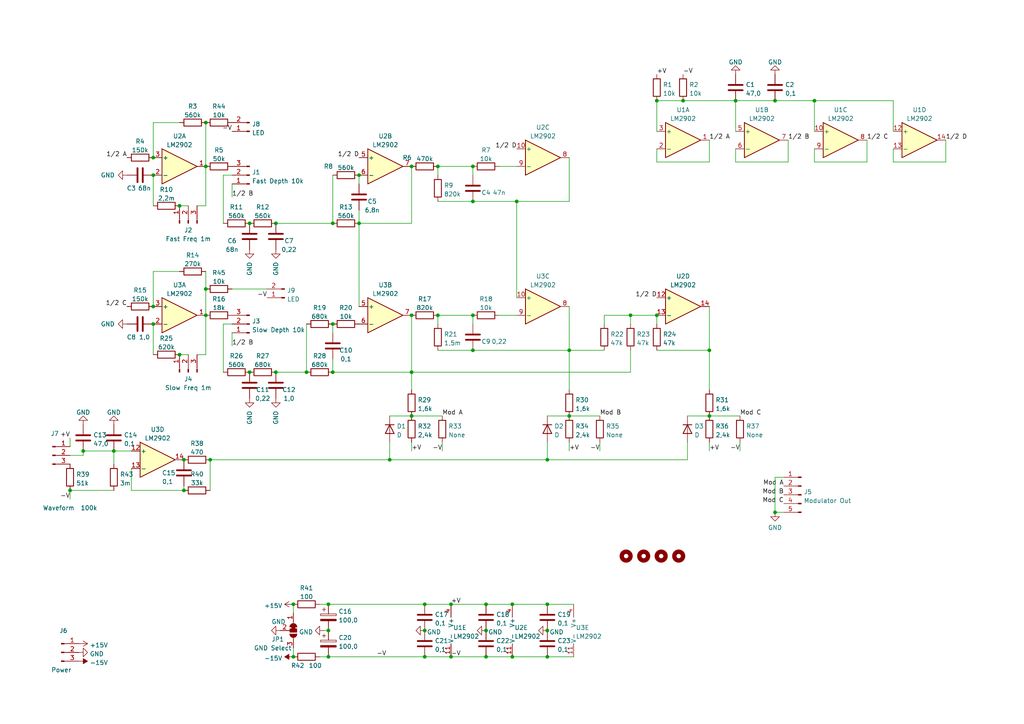
<source format=kicad_sch>
(kicad_sch (version 20211123) (generator eeschema)
  (paper "A4")
  (lib_symbols
    (symbol "Amplifier_Operational:LM2902" (pin_names (offset 0.127))
      (property "Reference" "U" (at 0 5.08 0))
      (property "Value" "LM2902" (at 0 -5.08 0))
      (symbol "LM2902_1_1"
        (polyline (pts (xy -5.08 5.08) (xy 5.08 0) (xy -5.08 -5.08) (xy -5.08 5.08)) (stroke (width 0.254)) (fill (type background)))
        (pin output line (at 7.62 0 180) (length 2.54) (name "~") (number "1"))
        (pin input line (at -7.62 -2.54 0) (length 2.54) (name "-") (number "2"))
        (pin input line (at -7.62 2.54 0) (length 2.54) (name "+") (number "3"))
      )
      (symbol "LM2902_2_1"
        (polyline (pts (xy -5.08 5.08) (xy 5.08 0) (xy -5.08 -5.08) (xy -5.08 5.08)) (stroke (width 0.254)) (fill (type background)))
        (pin input line (at -7.62 2.54 0) (length 2.54) (name "+") (number "5"))
        (pin input line (at -7.62 -2.54 0) (length 2.54) (name "-") (number "6"))
        (pin output line (at 7.62 0 180) (length 2.54) (name "~") (number "7"))
      )
      (symbol "LM2902_3_1"
        (polyline (pts (xy -5.08 5.08) (xy 5.08 0) (xy -5.08 -5.08) (xy -5.08 5.08)) (stroke (width 0.254)) (fill (type background)))
        (pin input line (at -7.62 2.54 0) (length 2.54) (name "+") (number "10"))
        (pin output line (at 7.62 0 180) (length 2.54) (name "~") (number "8"))
        (pin input line (at -7.62 -2.54 0) (length 2.54) (name "-") (number "9"))
      )
      (symbol "LM2902_4_1"
        (polyline (pts (xy -5.08 5.08) (xy 5.08 0) (xy -5.08 -5.08) (xy -5.08 5.08)) (stroke (width 0.254)) (fill (type background)))
        (pin input line (at -7.62 2.54 0) (length 2.54) (name "+") (number "12"))
        (pin input line (at -7.62 -2.54 0) (length 2.54) (name "-") (number "13"))
        (pin output line (at 7.62 0 180) (length 2.54) (name "~") (number "14"))
      )
      (symbol "LM2902_5_1"
        (pin power_in line (at -2.54 -7.62 90) (length 3.81) (name "V-") (number "11"))
        (pin power_in line (at -2.54 7.62 270) (length 3.81) (name "V+") (number "4"))
      )
    )
    (symbol "Connector:Conn_01x02_Male" (pin_names (offset 1.016) hide)
      (property "Reference" "J" (at 0 2.54 0))
      (property "Value" "Conn_01x02_Male" (at 0 -5.08 0))
      (symbol "Conn_01x02_Male_1_1"
        (polyline (pts (xy 1.27 -2.54) (xy 0.8636 -2.54)) (stroke (width 0.1524)))
        (polyline (pts (xy 1.27 0) (xy 0.8636 0)) (stroke (width 0.1524)))
        (rectangle (start 0.8636 -2.413) (end 0 -2.667) (stroke (width 0.1524)) (fill (type outline)))
        (rectangle (start 0.8636 0.127) (end 0 -0.127) (stroke (width 0.1524)) (fill (type outline)))
        (pin passive line (at 5.08 0 180) (length 3.81) (name "Pin_1") (number "1"))
        (pin passive line (at 5.08 -2.54 180) (length 3.81) (name "Pin_2") (number "2"))
      )
    )
    (symbol "Connector:Conn_01x03_Male" (pin_names (offset 1.016) hide)
      (property "Reference" "J" (at 0 5.08 0))
      (property "Value" "Conn_01x03_Male" (at 0 -5.08 0))
      (symbol "Conn_01x03_Male_1_1"
        (polyline (pts (xy 1.27 -2.54) (xy 0.8636 -2.54)) (stroke (width 0.1524)))
        (polyline (pts (xy 1.27 0) (xy 0.8636 0)) (stroke (width 0.1524)))
        (polyline (pts (xy 1.27 2.54) (xy 0.8636 2.54)) (stroke (width 0.1524)))
        (rectangle (start 0.8636 -2.413) (end 0 -2.667) (stroke (width 0.1524)) (fill (type outline)))
        (rectangle (start 0.8636 0.127) (end 0 -0.127) (stroke (width 0.1524)) (fill (type outline)))
        (rectangle (start 0.8636 2.667) (end 0 2.413) (stroke (width 0.1524)) (fill (type outline)))
        (pin passive line (at 5.08 2.54 180) (length 3.81) (name "Pin_1") (number "1"))
        (pin passive line (at 5.08 0 180) (length 3.81) (name "Pin_2") (number "2"))
        (pin passive line (at 5.08 -2.54 180) (length 3.81) (name "Pin_3") (number "3"))
      )
    )
    (symbol "Connector:Conn_01x05_Male" (pin_names (offset 1.016) hide)
      (property "Reference" "J" (at 0 7.62 0))
      (property "Value" "Conn_01x05_Male" (at 0 -7.62 0))
      (symbol "Conn_01x05_Male_1_1"
        (polyline (pts (xy 1.27 -5.08) (xy 0.8636 -5.08)) (stroke (width 0.1524)))
        (polyline (pts (xy 1.27 -2.54) (xy 0.8636 -2.54)) (stroke (width 0.1524)))
        (polyline (pts (xy 1.27 0) (xy 0.8636 0)) (stroke (width 0.1524)))
        (polyline (pts (xy 1.27 2.54) (xy 0.8636 2.54)) (stroke (width 0.1524)))
        (polyline (pts (xy 1.27 5.08) (xy 0.8636 5.08)) (stroke (width 0.1524)))
        (rectangle (start 0.8636 -4.953) (end 0 -5.207) (stroke (width 0.1524)) (fill (type outline)))
        (rectangle (start 0.8636 -2.413) (end 0 -2.667) (stroke (width 0.1524)) (fill (type outline)))
        (rectangle (start 0.8636 0.127) (end 0 -0.127) (stroke (width 0.1524)) (fill (type outline)))
        (rectangle (start 0.8636 2.667) (end 0 2.413) (stroke (width 0.1524)) (fill (type outline)))
        (rectangle (start 0.8636 5.207) (end 0 4.953) (stroke (width 0.1524)) (fill (type outline)))
        (pin passive line (at 5.08 5.08 180) (length 3.81) (name "Pin_1") (number "1"))
        (pin passive line (at 5.08 2.54 180) (length 3.81) (name "Pin_2") (number "2"))
        (pin passive line (at 5.08 0 180) (length 3.81) (name "Pin_3") (number "3"))
        (pin passive line (at 5.08 -2.54 180) (length 3.81) (name "Pin_4") (number "4"))
        (pin passive line (at 5.08 -5.08 180) (length 3.81) (name "Pin_5") (number "5"))
      )
    )
    (symbol "Device:C" (pin_numbers hide) (pin_names (offset 0.254))
      (property "Reference" "C" (at 0.635 2.54 0))
      (property "Value" "C" (at 0.635 -2.54 0))
      (symbol "C_0_1"
        (polyline (pts (xy -2.032 -0.762) (xy 2.032 -0.762)) (stroke (width 0.508)))
        (polyline (pts (xy -2.032 0.762) (xy 2.032 0.762)) (stroke (width 0.508)))
      )
      (symbol "C_1_1"
        (pin passive line (at 0 3.81 270) (length 2.794) (name "~") (number "1"))
        (pin passive line (at 0 -3.81 90) (length 2.794) (name "~") (number "2"))
      )
    )
    (symbol "Device:C_Polarized" (pin_numbers hide) (pin_names (offset 0.254))
      (property "Reference" "C" (at 0.635 2.54 0))
      (property "Value" "C_Polarized" (at 0.635 -2.54 0))
      (symbol "C_Polarized_0_1"
        (rectangle (start -2.286 0.508) (end 2.286 1.016))
        (polyline (pts (xy -1.778 2.286) (xy -0.762 2.286)))
        (polyline (pts (xy -1.27 2.794) (xy -1.27 1.778)))
        (rectangle (start 2.286 -0.508) (end -2.286 -1.016) (fill (type outline)))
      )
      (symbol "C_Polarized_1_1"
        (pin passive line (at 0 3.81 270) (length 2.794) (name "~") (number "1"))
        (pin passive line (at 0 -3.81 90) (length 2.794) (name "~") (number "2"))
      )
    )
    (symbol "Device:D" (pin_numbers hide) (pin_names (offset 1.016) hide)
      (property "Reference" "D" (at 0 2.54 0))
      (property "Value" "D" (at 0 -2.54 0))
      (symbol "D_0_1"
        (polyline (pts (xy -1.27 1.27) (xy -1.27 -1.27)) (stroke (width 0.254)))
        (polyline (pts (xy 1.27 0) (xy -1.27 0)))
        (polyline (pts (xy 1.27 1.27) (xy 1.27 -1.27) (xy -1.27 0) (xy 1.27 1.27)) (stroke (width 0.254)))
      )
      (symbol "D_1_1"
        (pin passive line (at -3.81 0 0) (length 2.54) (name "K") (number "1"))
        (pin passive line (at 3.81 0 180) (length 2.54) (name "A") (number "2"))
      )
    )
    (symbol "Device:R" (pin_numbers hide) (pin_names (offset 0))
      (property "Reference" "R" (at 2.032 0 90))
      (property "Value" "R" (at 0 0 90))
      (symbol "R_0_1"
        (rectangle (start -1.016 -2.54) (end 1.016 2.54) (stroke (width 0.254)))
      )
      (symbol "R_1_1"
        (pin passive line (at 0 3.81 270) (length 1.27) (name "~") (number "1"))
        (pin passive line (at 0 -3.81 90) (length 1.27) (name "~") (number "2"))
      )
    )
    (symbol "Jumper:SolderJumper_3_Bridged12" (pin_names (offset 0) hide)
      (property "Reference" "JP" (at -2.54 -2.54 0))
      (property "Value" "SolderJumper_3_Bridged12" (at 0 2.794 0))
      (symbol "SolderJumper_3_Bridged12_0_1"
        (rectangle (start -1.016 0.508) (end -0.508 -0.508) (fill (type outline)))
        (arc (start -1.016 1.016) (mid -2.032 0) (end -1.016 -1.016))
        (arc (start -1.016 1.016) (mid -2.032 0) (end -1.016 -1.016) (fill (type outline)))
        (rectangle (start -0.508 1.016) (end 0.508 -1.016) (fill (type outline)))
        (polyline (pts (xy -2.54 0) (xy -2.032 0)))
        (polyline (pts (xy -1.016 1.016) (xy -1.016 -1.016)))
        (polyline (pts (xy 0 -1.27) (xy 0 -1.016)))
        (polyline (pts (xy 1.016 1.016) (xy 1.016 -1.016)))
        (polyline (pts (xy 2.54 0) (xy 2.032 0)))
        (arc (start 1.016 -1.016) (mid 2.032 0) (end 1.016 1.016))
        (arc (start 1.016 -1.016) (mid 2.032 0) (end 1.016 1.016) (fill (type outline)))
      )
      (symbol "SolderJumper_3_Bridged12_1_1"
        (pin passive line (at -5.08 0 0) (length 2.54) (name "A") (number "1"))
        (pin passive line (at 0 -3.81 90) (length 2.54) (name "C") (number "2"))
        (pin passive line (at 5.08 0 180) (length 2.54) (name "B") (number "3"))
      )
    )
    (symbol "Mechanical:MountingHole" (pin_names (offset 1.016))
      (property "Reference" "H" (at 0 5.08 0))
      (property "Value" "MountingHole" (at 0 3.175 0))
      (symbol "MountingHole_0_1"
        (circle (center 0 0) (radius 1.27) (stroke (width 1.27)))
      )
    )
    (symbol "power:+15V" (power) (pin_names (offset 0))
      (property "Value" "+15V" (at 0 3.556 0))
      (symbol "+15V_0_1"
        (polyline (pts (xy -0.762 1.27) (xy 0 2.54)))
        (polyline (pts (xy 0 0) (xy 0 2.54)))
        (polyline (pts (xy 0 2.54) (xy 0.762 1.27)))
      )
      (symbol "+15V_1_1"
        (pin power_in line (at 0 0 90) (length 0) hide (name "+15V") (number "1"))
      )
    )
    (symbol "power:-15V" (power) (pin_names (offset 0))
      (property "Value" "-15V" (at 0 3.81 0))
      (symbol "-15V_0_0"
        (pin power_in line (at 0 0 90) (length 0) hide (name "-15V") (number "1"))
      )
      (symbol "-15V_0_1"
        (polyline (pts (xy 0 0) (xy 0 1.27) (xy 0.762 1.27) (xy 0 2.54) (xy -0.762 1.27) (xy 0 1.27)) (fill (type outline)))
      )
    )
    (symbol "power:GND" (power) (pin_names (offset 0))
      (property "Value" "GND" (at 0 -3.81 0))
      (symbol "GND_0_1"
        (polyline (pts (xy 0 0) (xy 0 -1.27) (xy 1.27 -1.27) (xy 0 -2.54) (xy -1.27 -1.27) (xy 0 -1.27)))
      )
      (symbol "GND_1_1"
        (pin power_in line (at 0 0 270) (length 0) hide (name "GND") (number "1"))
      )
    )
  )
  (junction (at 165.1 101.6))
  (junction (at 59.69 91.44))
  (junction (at 148.59 175.26))
  (junction (at 80.01 107.95))
  (junction (at 44.45 50.8))
  (junction (at 95.25 175.26))
  (junction (at 137.16 91.44))
  (junction (at 123.19 182.88))
  (junction (at 130.81 175.26))
  (junction (at 127 91.44))
  (junction (at 224.79 29.21))
  (junction (at 104.14 50.8))
  (junction (at 182.88 91.44))
  (junction (at 213.36 29.21))
  (junction (at 148.59 190.5))
  (junction (at 198.12 29.21))
  (junction (at 158.75 175.26))
  (junction (at 24.13 130.81))
  (junction (at 53.34 142.24))
  (junction (at 20.32 142.24))
  (junction (at 123.19 175.26))
  (junction (at 88.9 107.95))
  (junction (at 44.45 45.72))
  (junction (at 137.16 101.6))
  (junction (at 80.01 64.77))
  (junction (at 140.97 175.26))
  (junction (at 72.39 64.77))
  (junction (at 53.34 133.35))
  (junction (at 44.45 93.98))
  (junction (at 158.75 182.88))
  (junction (at 190.5 29.21))
  (junction (at 127 48.26))
  (junction (at 33.02 130.81))
  (junction (at 158.75 133.35))
  (junction (at 224.79 148.59))
  (junction (at 59.69 83.82))
  (junction (at 96.52 64.77))
  (junction (at 96.52 93.98))
  (junction (at 123.19 190.5))
  (junction (at 96.52 107.95))
  (junction (at 52.07 102.87))
  (junction (at 119.38 120.65))
  (junction (at 85.09 175.26))
  (junction (at 158.75 190.5))
  (junction (at 149.86 58.42))
  (junction (at 104.14 64.77))
  (junction (at 59.69 35.56))
  (junction (at 130.81 190.5))
  (junction (at 165.1 120.65))
  (junction (at 236.22 29.21))
  (junction (at 60.96 133.35))
  (junction (at 85.09 190.5))
  (junction (at 44.45 88.9))
  (junction (at 52.07 59.69))
  (junction (at 119.38 91.44))
  (junction (at 140.97 182.88))
  (junction (at 137.16 48.26))
  (junction (at 72.39 107.95))
  (junction (at 119.38 48.26))
  (junction (at 190.5 91.44))
  (junction (at 119.38 107.95))
  (junction (at 95.25 190.5))
  (junction (at 140.97 190.5))
  (junction (at 95.25 182.88))
  (junction (at 137.16 58.42))
  (junction (at 205.74 101.6))
  (junction (at 113.03 133.35))
  (junction (at 205.74 120.65))
  (junction (at 59.69 48.26))
  (wire (pts (xy 144.78 91.44) (xy 149.86 91.44)))
  (wire (pts (xy 88.9 93.98) (xy 88.9 107.95)))
  (wire (pts (xy 67.31 53.34) (xy 67.31 57.15)))
  (wire (pts (xy 104.14 64.77) (xy 119.38 64.77)))
  (wire (pts (xy 205.74 101.6) (xy 205.74 113.03)))
  (wire (pts (xy 158.75 175.26) (xy 166.37 175.26)))
  (wire (pts (xy 175.26 91.44) (xy 182.88 91.44)))
  (wire (pts (xy 119.38 107.95) (xy 96.52 107.95)))
  (wire (pts (xy 182.88 107.95) (xy 119.38 107.95)))
  (wire (pts (xy 95.25 190.5) (xy 123.19 190.5)))
  (wire (pts (xy 259.08 46.99) (xy 274.32 46.99)))
  (wire (pts (xy 57.15 59.69) (xy 59.69 59.69)))
  (wire (pts (xy 213.36 29.21) (xy 224.79 29.21)))
  (wire (pts (xy 165.1 120.65) (xy 173.99 120.65)))
  (wire (pts (xy 96.52 50.8) (xy 96.52 64.77)))
  (wire (pts (xy 53.34 140.97) (xy 53.34 142.24)))
  (wire (pts (xy 137.16 93.98) (xy 137.16 91.44)))
  (wire (pts (xy 59.69 59.69) (xy 59.69 48.26)))
  (wire (pts (xy 224.79 138.43) (xy 224.79 148.59)))
  (wire (pts (xy 224.79 148.59) (xy 227.33 148.59)))
  (wire (pts (xy 130.81 175.26) (xy 140.97 175.26)))
  (wire (pts (xy 33.02 130.81) (xy 38.1 130.81)))
  (wire (pts (xy 64.77 107.95) (xy 64.77 93.98)))
  (wire (pts (xy 205.74 88.9) (xy 205.74 101.6)))
  (wire (pts (xy 137.16 48.26) (xy 127 48.26)))
  (wire (pts (xy 236.22 29.21) (xy 236.22 38.1)))
  (wire (pts (xy 148.59 175.26) (xy 158.75 175.26)))
  (wire (pts (xy 165.1 58.42) (xy 149.86 58.42)))
  (wire (pts (xy 52.07 35.56) (xy 44.45 35.56)))
  (wire (pts (xy 92.71 175.26) (xy 95.25 175.26)))
  (wire (pts (xy 119.38 120.65) (xy 128.27 120.65)))
  (wire (pts (xy 165.1 101.6) (xy 165.1 113.03)))
  (wire (pts (xy 213.36 38.1) (xy 213.36 29.21)))
  (wire (pts (xy 251.46 46.99) (xy 251.46 40.64)))
  (wire (pts (xy 190.5 46.99) (xy 205.74 46.99)))
  (wire (pts (xy 259.08 43.18) (xy 259.08 46.99)))
  (wire (pts (xy 20.32 132.08) (xy 24.13 132.08)))
  (wire (pts (xy 80.01 64.77) (xy 96.52 64.77)))
  (wire (pts (xy 173.99 128.27) (xy 173.99 130.81)))
  (wire (pts (xy 85.09 175.26) (xy 85.09 177.8)))
  (wire (pts (xy 59.69 78.74) (xy 59.69 83.82)))
  (wire (pts (xy 85.09 187.96) (xy 85.09 190.5)))
  (wire (pts (xy 127 58.42) (xy 137.16 58.42)))
  (wire (pts (xy 205.74 120.65) (xy 214.63 120.65)))
  (wire (pts (xy 165.1 128.27) (xy 165.1 130.81)))
  (wire (pts (xy 123.19 190.5) (xy 130.81 190.5)))
  (wire (pts (xy 67.31 96.52) (xy 67.31 100.33)))
  (wire (pts (xy 123.19 175.26) (xy 130.81 175.26)))
  (wire (pts (xy 182.88 101.6) (xy 182.88 107.95)))
  (wire (pts (xy 137.16 50.8) (xy 137.16 48.26)))
  (wire (pts (xy 198.12 29.21) (xy 213.36 29.21)))
  (wire (pts (xy 214.63 128.27) (xy 214.63 130.81)))
  (wire (pts (xy 93.98 182.88) (xy 95.25 182.88)))
  (wire (pts (xy 236.22 43.18) (xy 236.22 46.99)))
  (wire (pts (xy 149.86 58.42) (xy 149.86 86.36)))
  (wire (pts (xy 127 48.26) (xy 127 50.8)))
  (wire (pts (xy 227.33 138.43) (xy 224.79 138.43)))
  (wire (pts (xy 20.32 142.24) (xy 33.02 142.24)))
  (wire (pts (xy 128.27 128.27) (xy 128.27 130.81)))
  (wire (pts (xy 158.75 120.65) (xy 165.1 120.65)))
  (wire (pts (xy 119.38 91.44) (xy 119.38 107.95)))
  (wire (pts (xy 130.81 190.5) (xy 140.97 190.5)))
  (wire (pts (xy 52.07 59.69) (xy 54.61 59.69)))
  (wire (pts (xy 113.03 133.35) (xy 60.96 133.35)))
  (wire (pts (xy 175.26 93.98) (xy 175.26 91.44)))
  (wire (pts (xy 199.39 120.65) (xy 205.74 120.65)))
  (wire (pts (xy 213.36 43.18) (xy 213.36 46.99)))
  (wire (pts (xy 199.39 133.35) (xy 158.75 133.35)))
  (wire (pts (xy 224.79 29.21) (xy 236.22 29.21)))
  (wire (pts (xy 113.03 128.27) (xy 113.03 133.35)))
  (wire (pts (xy 96.52 93.98) (xy 96.52 96.52)))
  (wire (pts (xy 60.96 133.35) (xy 60.96 142.24)))
  (wire (pts (xy 190.5 43.18) (xy 190.5 46.99)))
  (wire (pts (xy 38.1 142.24) (xy 53.34 142.24)))
  (wire (pts (xy 64.77 64.77) (xy 64.77 50.8)))
  (wire (pts (xy 190.5 91.44) (xy 190.5 93.98)))
  (wire (pts (xy 59.69 83.82) (xy 59.69 91.44)))
  (wire (pts (xy 64.77 50.8) (xy 67.31 50.8)))
  (wire (pts (xy 119.38 48.26) (xy 119.38 64.77)))
  (wire (pts (xy 96.52 104.14) (xy 96.52 107.95)))
  (wire (pts (xy 44.45 78.74) (xy 44.45 88.9)))
  (wire (pts (xy 20.32 142.24) (xy 20.32 144.78)))
  (wire (pts (xy 44.45 93.98) (xy 44.45 102.87)))
  (wire (pts (xy 137.16 91.44) (xy 127 91.44)))
  (wire (pts (xy 52.07 102.87) (xy 54.61 102.87)))
  (wire (pts (xy 149.86 58.42) (xy 137.16 58.42)))
  (wire (pts (xy 52.07 78.74) (xy 44.45 78.74)))
  (wire (pts (xy 127 91.44) (xy 127 93.98)))
  (wire (pts (xy 24.13 132.08) (xy 24.13 130.81)))
  (wire (pts (xy 259.08 29.21) (xy 236.22 29.21)))
  (wire (pts (xy 104.14 88.9) (xy 104.14 64.77)))
  (wire (pts (xy 213.36 46.99) (xy 228.6 46.99)))
  (wire (pts (xy 158.75 133.35) (xy 113.03 133.35)))
  (wire (pts (xy 20.32 127) (xy 20.32 129.54)))
  (wire (pts (xy 104.14 60.96) (xy 104.14 64.77)))
  (wire (pts (xy 59.69 102.87) (xy 59.69 91.44)))
  (wire (pts (xy 148.59 190.5) (xy 158.75 190.5)))
  (wire (pts (xy 158.75 190.5) (xy 166.37 190.5)))
  (wire (pts (xy 205.74 128.27) (xy 205.74 130.81)))
  (wire (pts (xy 80.01 107.95) (xy 88.9 107.95)))
  (wire (pts (xy 57.15 102.87) (xy 59.69 102.87)))
  (wire (pts (xy 127 101.6) (xy 137.16 101.6)))
  (wire (pts (xy 205.74 46.99) (xy 205.74 40.64)))
  (wire (pts (xy 165.1 101.6) (xy 175.26 101.6)))
  (wire (pts (xy 24.13 130.81) (xy 33.02 130.81)))
  (wire (pts (xy 165.1 88.9) (xy 165.1 101.6)))
  (wire (pts (xy 259.08 38.1) (xy 259.08 29.21)))
  (wire (pts (xy 182.88 91.44) (xy 190.5 91.44)))
  (wire (pts (xy 38.1 135.89) (xy 38.1 142.24)))
  (wire (pts (xy 165.1 45.72) (xy 165.1 58.42)))
  (wire (pts (xy 64.77 93.98) (xy 67.31 93.98)))
  (wire (pts (xy 144.78 48.26) (xy 149.86 48.26)))
  (wire (pts (xy 59.69 35.56) (xy 59.69 48.26)))
  (wire (pts (xy 236.22 46.99) (xy 251.46 46.99)))
  (wire (pts (xy 199.39 128.27) (xy 199.39 133.35)))
  (wire (pts (xy 228.6 46.99) (xy 228.6 40.64)))
  (wire (pts (xy 95.25 175.26) (xy 123.19 175.26)))
  (wire (pts (xy 119.38 128.27) (xy 119.38 130.81)))
  (wire (pts (xy 113.03 120.65) (xy 119.38 120.65)))
  (wire (pts (xy 205.74 101.6) (xy 190.5 101.6)))
  (wire (pts (xy 182.88 93.98) (xy 182.88 91.44)))
  (wire (pts (xy 92.71 190.5) (xy 95.25 190.5)))
  (wire (pts (xy 119.38 107.95) (xy 119.38 113.03)))
  (wire (pts (xy 274.32 46.99) (xy 274.32 40.64)))
  (wire (pts (xy 67.31 83.82) (xy 77.47 83.82)))
  (wire (pts (xy 190.5 38.1) (xy 190.5 29.21)))
  (wire (pts (xy 140.97 190.5) (xy 148.59 190.5)))
  (wire (pts (xy 44.45 50.8) (xy 44.45 59.69)))
  (wire (pts (xy 165.1 101.6) (xy 137.16 101.6)))
  (wire (pts (xy 33.02 130.81) (xy 33.02 134.62)))
  (wire (pts (xy 140.97 175.26) (xy 148.59 175.26)))
  (wire (pts (xy 190.5 29.21) (xy 198.12 29.21)))
  (wire (pts (xy 104.14 50.8) (xy 104.14 53.34)))
  (wire (pts (xy 44.45 35.56) (xy 44.45 45.72)))
  (wire (pts (xy 158.75 128.27) (xy 158.75 133.35)))
  (label "+V" (at 190.5 21.59 0))
  (label "1{slash}2 B" (at 228.6 40.64 0))
  (label "Mod C" (at 227.33 146.05 180))
  (label "1{slash}2 A" (at 36.83 45.72 180))
  (label "1{slash}2 B" (at 67.31 100.33 0))
  (label "-V" (at 67.31 38.1 180))
  (label "-V" (at 173.99 130.81 180))
  (label "-V" (at 77.47 86.36 180))
  (label "Mod A" (at 227.33 140.97 180))
  (label "Mod A" (at 128.27 120.65 0))
  (label "1{slash}2 B" (at 67.31 57.15 0))
  (label "+V" (at 130.81 175.26 0))
  (label "1{slash}2 D" (at 149.86 43.18 180))
  (label "1{slash}2 D" (at 190.5 86.36 180))
  (label "-V" (at 20.32 144.78 180))
  (label "1{slash}2 D" (at 104.14 45.72 180))
  (label "-V" (at 130.81 190.5 0))
  (label "-V" (at 214.63 130.81 180))
  (label "1{slash}2 C" (at 251.46 40.64 0))
  (label "1{slash}2 A" (at 205.74 40.64 0))
  (label "Mod B" (at 173.99 120.65 0))
  (label "-V" (at 128.27 130.81 180))
  (label "1{slash}2 D" (at 274.32 40.64 0))
  (label "+V" (at 119.38 130.81 0))
  (label "+V" (at 205.74 130.81 0))
  (label "1{slash}2 C" (at 36.83 88.9 180))
  (label "+V" (at 165.1 130.81 0))
  (label "+V" (at 20.32 127 180))
  (label "Mod C" (at 214.63 120.65 0))
  (label "Mod B" (at 227.33 143.51 180))
  (label "-V" (at 109.22 190.5 0))
  (label "-V" (at 198.12 21.59 0))
  (symbol (lib_id "Device:R") (at 20.32 138.43 0) (unit 1)
    (property "Reference" "R39" (at 22.098 137.5953 0) (effects (justify left)))
    (property "Value" "51k" (at 22.098 140.1322 0) (effects (justify left)))
    (property "Footprint" "Resistor_SMD:R_1206_3216Metric_Pad1.30x1.75mm_HandSolder" (effects hide))
  )
  (symbol (lib_id "Amplifier_Operational:LM2902") (at 198.12 88.9 0) (unit 4)
    (property "Reference" "U2" (at 198.12 80.1202 0))
    (property "Value" "LM2902" (at 198.12 82.6571 0))
    (property "Footprint" "Package_DIP:DIP-14_W7.62mm" (effects hide))
    (property "Datasheet" "http://www.ti.com/lit/ds/symlink/lm2902-n.pdf" (effects hide))
  )
  (symbol (lib_id "Device:C") (at 137.16 54.61 180) (unit 1)
    (property "Reference" "C4" (at 140.97 55.88 0))
    (property "Value" "47n" (at 144.78 55.88 0))
    (property "Footprint" "Capacitor_SMD:C_0805_2012Metric_Pad1.18x1.45mm_HandSolder" (effects hide))
  )
  (symbol (lib_id "Amplifier_Operational:LM2902") (at 157.48 88.9 0) (unit 3)
    (property "Reference" "U3" (at 157.48 80.1202 0))
    (property "Value" "LM2902" (at 157.48 82.6571 0))
    (property "Footprint" "Package_DIP:DIP-14_W7.62mm" (effects hide))
    (property "Datasheet" "http://www.ti.com/lit/ds/symlink/lm2902-n.pdf" (effects hide))
  )
  (symbol (lib_id "power:GND") (at 123.19 182.88 270) (unit 1)
    (property "Reference" "#PWR015" (effects hide))
    (property "Value" "GND" (at 123.825 183.3138 90) (effects (justify left)))
  )
  (symbol (lib_id "Device:R") (at 92.71 93.98 90) (unit 1)
    (property "Reference" "R19" (at 92.71 89.2642 90))
    (property "Value" "680k" (at 92.71 91.8011 90))
    (property "Footprint" "Resistor_SMD:R_1206_3216Metric_Pad1.30x1.75mm_HandSolder" (effects hide))
  )
  (symbol (lib_id "Amplifier_Operational:LM2902") (at 111.76 91.44 0) (unit 2)
    (property "Reference" "U3" (at 111.76 82.6602 0))
    (property "Value" "LM2902" (at 111.76 85.1971 0))
    (property "Footprint" "Package_DIP:DIP-14_W7.62mm" (effects hide))
    (property "Datasheet" "http://www.ti.com/lit/ds/symlink/lm2902-n.pdf" (effects hide))
  )
  (symbol (lib_id "power:+15V") (at 22.86 186.69 270) (unit 1)
    (property "Reference" "#PWR018" (effects hide))
    (property "Value" "+15V" (at 26.035 187.1238 90) (effects (justify left)))
  )
  (symbol (lib_id "Device:C") (at 213.36 25.4 0) (unit 1)
    (property "Reference" "C1" (at 216.281 24.5653 0) (effects (justify left)))
    (property "Value" "47,0" (at 216.281 27.1022 0) (effects (justify left)))
    (property "Footprint" "Capacitor_SMD:C_Elec_6.3x5.8" (effects hide))
  )
  (symbol (lib_id "Device:C_Polarized") (at 95.25 186.69 0) (unit 1)
    (property "Reference" "C20" (at 98.171 184.9663 0) (effects (justify left)))
    (property "Value" "100,0" (at 98.171 187.5032 0) (effects (justify left)))
    (property "Footprint" "Capacitor_SMD:C_Elec_6.3x5.8" (effects hide))
  )
  (symbol (lib_id "Device:R") (at 92.71 107.95 90) (unit 1)
    (property "Reference" "R28" (at 92.71 103.2342 90))
    (property "Value" "680k" (at 92.71 105.7711 90))
    (property "Footprint" "Resistor_SMD:R_1206_3216Metric_Pad1.30x1.75mm_HandSolder" (effects hide))
  )
  (symbol (lib_id "Device:C") (at 137.16 97.79 180) (unit 1)
    (property "Reference" "C9" (at 140.97 99.06 0))
    (property "Value" "0,22" (at 144.78 99.06 0))
    (property "Footprint" "Capacitor_SMD:C_0805_2012Metric_Pad1.18x1.45mm_HandSolder" (effects hide))
  )
  (symbol (lib_id "Device:R") (at 33.02 138.43 180) (unit 1)
    (property "Reference" "R43" (at 34.798 137.5953 0) (effects (justify right)))
    (property "Value" "3m" (at 34.798 140.1322 0) (effects (justify right)))
    (property "Footprint" "Resistor_SMD:R_1206_3216Metric_Pad1.30x1.75mm_HandSolder" (effects hide))
  )
  (symbol (lib_id "Device:C") (at 158.75 186.69 0) (unit 1)
    (property "Reference" "C23" (at 161.671 185.8553 0) (effects (justify left)))
    (property "Value" "0,1" (at 161.671 188.3922 0) (effects (justify left)))
    (property "Footprint" "Capacitor_SMD:C_1206_3216Metric_Pad1.33x1.80mm_HandSolder" (effects hide))
  )
  (symbol (lib_id "Connector:Conn_01x03_Male") (at 17.78 189.23 0) (unit 1)
    (property "Reference" "J6" (at 18.415 182.914 0))
    (property "Value" "Power" (at 17.78 194.31 0))
    (property "Footprint" "Connector_PinHeader_2.54mm:PinHeader_1x03_P2.54mm_Vertical" (effects hide))
  )
  (symbol (lib_id "Device:C") (at 140.97 179.07 0) (unit 1)
    (property "Reference" "C18" (at 143.891 178.2353 0) (effects (justify left)))
    (property "Value" "0,1" (at 143.891 180.7722 0) (effects (justify left)))
    (property "Footprint" "Capacitor_SMD:C_1206_3216Metric_Pad1.33x1.80mm_HandSolder" (effects hide))
  )
  (symbol (lib_id "Device:C") (at 33.02 127 0) (unit 1)
    (property "Reference" "C14" (at 35.941 126.1653 0) (effects (justify left)))
    (property "Value" "0,1" (at 35.941 128.7022 0) (effects (justify left)))
    (property "Footprint" "Capacitor_SMD:C_1206_3216Metric_Pad1.33x1.80mm_HandSolder" (effects hide))
  )
  (symbol (lib_id "Device:R") (at 63.5 91.44 90) (unit 1)
    (property "Reference" "R16" (at 63.5 86.7242 90))
    (property "Value" "18k" (at 63.5 89.2611 90))
    (property "Footprint" "Resistor_SMD:R_1206_3216Metric_Pad1.30x1.75mm_HandSolder" (effects hide))
  )
  (symbol (lib_id "Amplifier_Operational:LM2902") (at 111.76 48.26 0) (unit 2)
    (property "Reference" "U2" (at 111.76 39.4802 0))
    (property "Value" "LM2902" (at 111.76 42.0171 0))
    (property "Footprint" "Package_DIP:DIP-14_W7.62mm" (effects hide))
    (property "Datasheet" "http://www.ti.com/lit/ds/symlink/lm2902-n.pdf" (effects hide))
  )
  (symbol (lib_id "power:GND") (at 80.01 72.39 0) (unit 1)
    (property "Reference" "#PWR05" (effects hide))
    (property "Value" "GND" (at 80.01 80.01 90) (effects (justify left)))
  )
  (symbol (lib_id "power:+15V") (at 85.09 175.26 90) (unit 1)
    (property "Reference" "#PWR012" (effects hide))
    (property "Value" "+15V" (at 81.915 175.6938 90) (effects (justify left)))
  )
  (symbol (lib_id "Device:C") (at 96.52 100.33 180) (unit 1)
    (property "Reference" "C10" (at 100.33 101.6 0))
    (property "Value" "0,1" (at 100.33 104.14 0))
    (property "Footprint" "Capacitor_SMD:C_1206_3216Metric_Pad1.33x1.80mm_HandSolder" (effects hide))
  )
  (symbol (lib_id "Device:R") (at 127 54.61 180) (unit 1)
    (property "Reference" "R9" (at 128.778 53.7753 0) (effects (justify right)))
    (property "Value" "820k" (at 128.778 56.3122 0) (effects (justify right)))
    (property "Footprint" "Resistor_SMD:R_1206_3216Metric_Pad1.30x1.75mm_HandSolder" (effects hide))
  )
  (symbol (lib_id "Device:R") (at 190.5 25.4 0) (unit 1)
    (property "Reference" "R1" (at 192.278 24.5653 0) (effects (justify left)))
    (property "Value" "10k" (at 192.278 27.1022 0) (effects (justify left)))
    (property "Footprint" "Resistor_SMD:R_1206_3216Metric_Pad1.30x1.75mm_HandSolder" (effects hide))
  )
  (symbol (lib_id "Device:R") (at 76.2 107.95 90) (unit 1)
    (property "Reference" "R27" (at 76.2 103.2342 90))
    (property "Value" "680k" (at 76.2 105.7711 90))
    (property "Footprint" "Resistor_SMD:R_1206_3216Metric_Pad1.30x1.75mm_HandSolder" (effects hide))
  )
  (symbol (lib_id "Device:C") (at 40.64 50.8 90) (unit 1)
    (property "Reference" "C3" (at 38.1 54.61 90))
    (property "Value" "68n" (at 41.91 54.61 90))
    (property "Footprint" "Capacitor_SMD:C_0805_2012Metric_Pad1.18x1.45mm_HandSolder" (effects hide))
  )
  (symbol (lib_id "power:GND") (at 22.86 189.23 90) (unit 1)
    (property "Reference" "#PWR019" (effects hide))
    (property "Value" "GND" (at 26.035 189.6638 90) (effects (justify right)))
  )
  (symbol (lib_id "Device:D") (at 158.75 124.46 270) (unit 1)
    (property "Reference" "D2" (at 160.782 123.6253 90) (effects (justify left)))
    (property "Value" "D" (at 160.782 126.1622 90) (effects (justify left)))
    (property "Footprint" "Diode_SMD:D_MiniMELF_Handsoldering" (effects hide))
  )
  (symbol (lib_id "Connector:Conn_01x03_Male") (at 15.24 132.08 0) (unit 1)
    (property "Reference" "J7" (at 15.875 125.764 0))
    (property "Value" "Waveform  100k" (at 20.32 147.32 0))
    (property "Footprint" "Connector_PinHeader_2.54mm:PinHeader_1x03_P2.54mm_Vertical" (effects hide))
  )
  (symbol (lib_id "Mechanical:MountingHole") (at 181.61 161.29 0) (unit 1)
    (property "Reference" "H1" (effects hide))
    (property "Value" "MountingHole" (effects hide))
    (property "Footprint" "MountingHole:MountingHole_3.2mm_M3" (effects hide))
  )
  (symbol (lib_id "Device:R") (at 198.12 25.4 0) (unit 1)
    (property "Reference" "R2" (at 199.898 24.5653 0) (effects (justify left)))
    (property "Value" "10k" (at 199.898 27.1022 0) (effects (justify left)))
    (property "Footprint" "Resistor_SMD:R_1206_3216Metric_Pad1.30x1.75mm_HandSolder" (effects hide))
  )
  (symbol (lib_id "Amplifier_Operational:LM2902") (at 157.48 45.72 0) (unit 3)
    (property "Reference" "U2" (at 157.48 36.9402 0))
    (property "Value" "LM2902" (at 157.48 39.4771 0))
    (property "Footprint" "Package_DIP:DIP-14_W7.62mm" (effects hide))
    (property "Datasheet" "http://www.ti.com/lit/ds/symlink/lm2902-n.pdf" (effects hide))
  )
  (symbol (lib_id "Connector:Conn_01x03_Male") (at 54.61 107.95 90) (unit 1)
    (property "Reference" "J4" (at 54.61 109.9296 90))
    (property "Value" "Slow Freq 1m" (at 54.61 112.4665 90))
    (property "Footprint" "Connector_PinHeader_2.54mm:PinHeader_1x03_P2.54mm_Vertical" (effects hide))
  )
  (symbol (lib_id "Amplifier_Operational:LM2902") (at 45.72 133.35 0) (unit 4)
    (property "Reference" "U3" (at 45.72 124.5702 0))
    (property "Value" "LM2902" (at 45.72 127.1071 0))
    (property "Footprint" "Package_DIP:DIP-14_W7.62mm" (effects hide))
    (property "Datasheet" "http://www.ti.com/lit/ds/symlink/lm2902-n.pdf" (effects hide))
  )
  (symbol (lib_id "Device:R") (at 165.1 116.84 180) (unit 1)
    (property "Reference" "R30" (at 166.878 116.0053 0) (effects (justify right)))
    (property "Value" "1,6k" (at 166.878 118.5422 0) (effects (justify right)))
    (property "Footprint" "Resistor_SMD:R_1206_3216Metric_Pad1.30x1.75mm_HandSolder" (effects hide))
  )
  (symbol (lib_id "Device:R") (at 68.58 64.77 90) (unit 1)
    (property "Reference" "R11" (at 68.58 60.0542 90))
    (property "Value" "560k" (at 68.58 62.5911 90))
    (property "Footprint" "Resistor_SMD:R_1206_3216Metric_Pad1.30x1.75mm_HandSolder" (effects hide))
  )
  (symbol (lib_id "Device:C") (at 72.39 68.58 180) (unit 1)
    (property "Reference" "C6" (at 67.31 69.85 0))
    (property "Value" "68n" (at 67.31 72.39 0))
    (property "Footprint" "Capacitor_SMD:C_0805_2012Metric_Pad1.18x1.45mm_HandSolder" (effects hide))
  )
  (symbol (lib_id "power:GND") (at 36.83 50.8 270) (unit 1)
    (property "Reference" "#PWR03" (effects hide))
    (property "Value" "GND" (at 29.21 50.8 90) (effects (justify left)))
  )
  (symbol (lib_id "Device:C") (at 140.97 186.69 0) (unit 1)
    (property "Reference" "C22" (at 143.891 185.8553 0) (effects (justify left)))
    (property "Value" "0,1" (at 143.891 188.3922 0) (effects (justify left)))
    (property "Footprint" "Capacitor_SMD:C_1206_3216Metric_Pad1.33x1.80mm_HandSolder" (effects hide))
  )
  (symbol (lib_id "Device:R") (at 123.19 48.26 90) (unit 1)
    (property "Reference" "R6" (at 118.11 45.72 90))
    (property "Value" "470k" (at 123.19 46.0811 90))
    (property "Footprint" "Resistor_SMD:R_1206_3216Metric_Pad1.30x1.75mm_HandSolder" (effects hide))
  )
  (symbol (lib_id "Device:R") (at 205.74 116.84 180) (unit 1)
    (property "Reference" "R31" (at 207.518 116.0053 0) (effects (justify right)))
    (property "Value" "1,6k" (at 207.518 118.5422 0) (effects (justify right)))
    (property "Footprint" "Resistor_SMD:R_1206_3216Metric_Pad1.30x1.75mm_HandSolder" (effects hide))
  )
  (symbol (lib_id "Connector:Conn_01x02_Male") (at 72.39 38.1 180) (unit 1)
    (property "Reference" "J8" (at 73.1012 35.9953 0) (effects (justify right)))
    (property "Value" "LED" (at 73.1012 38.5322 0) (effects (justify right)))
    (property "Footprint" "Connector_PinHeader_2.54mm:PinHeader_1x02_P2.54mm_Vertical" (effects hide))
  )
  (symbol (lib_id "Amplifier_Operational:LM2902") (at 133.35 182.88 0) (unit 5)
    (property "Reference" "U1" (at 131.445 182.0453 0) (effects (justify left)))
    (property "Value" "LM2902" (at 131.445 184.5822 0) (effects (justify left)))
    (property "Footprint" "Package_DIP:DIP-14_W7.62mm" (effects hide))
    (property "Datasheet" "http://www.ti.com/lit/ds/symlink/lm2902-n.pdf" (effects hide))
  )
  (symbol (lib_id "Device:D") (at 199.39 124.46 270) (unit 1)
    (property "Reference" "D3" (at 201.422 123.6253 90) (effects (justify left)))
    (property "Value" "D" (at 201.422 126.1622 90) (effects (justify left)))
    (property "Footprint" "Diode_SMD:D_MiniMELF_Handsoldering" (effects hide))
  )
  (symbol (lib_id "Device:C") (at 24.13 127 0) (unit 1)
    (property "Reference" "C13" (at 27.051 126.1653 0) (effects (justify left)))
    (property "Value" "47,0" (at 27.051 128.7022 0) (effects (justify left)))
    (property "Footprint" "Capacitor_SMD:C_Elec_6.3x5.8" (effects hide))
  )
  (symbol (lib_id "Connector:Conn_01x03_Male") (at 72.39 93.98 180) (unit 1)
    (property "Reference" "J3" (at 73.1012 93.1453 0) (effects (justify right)))
    (property "Value" "Slow Depth 10k" (at 73.1012 95.6822 0) (effects (justify right)))
    (property "Footprint" "Connector_PinHeader_2.54mm:PinHeader_1x03_P2.54mm_Vertical" (effects hide))
  )
  (symbol (lib_id "Amplifier_Operational:LM2902") (at 151.13 182.88 0) (unit 5)
    (property "Reference" "U2" (at 149.225 182.0453 0) (effects (justify left)))
    (property "Value" "LM2902" (at 149.225 184.5822 0) (effects (justify left)))
    (property "Footprint" "Package_DIP:DIP-14_W7.62mm" (effects hide))
    (property "Datasheet" "http://www.ti.com/lit/ds/symlink/lm2902-n.pdf" (effects hide))
  )
  (symbol (lib_id "Device:R") (at 100.33 64.77 90) (unit 1)
    (property "Reference" "R13" (at 100.33 60.0542 90))
    (property "Value" "560k" (at 100.33 62.5911 90))
    (property "Footprint" "Resistor_SMD:R_1206_3216Metric_Pad1.30x1.75mm_HandSolder" (effects hide))
  )
  (symbol (lib_id "Device:C") (at 72.39 111.76 180) (unit 1)
    (property "Reference" "C11" (at 76.2 113.03 0))
    (property "Value" "0,22" (at 76.2 115.57 0))
    (property "Footprint" "Capacitor_SMD:C_0805_2012Metric_Pad1.18x1.45mm_HandSolder" (effects hide))
  )
  (symbol (lib_id "power:GND") (at 72.39 72.39 0) (unit 1)
    (property "Reference" "#PWR04" (effects hide))
    (property "Value" "GND" (at 72.39 80.01 90) (effects (justify left)))
  )
  (symbol (lib_id "Device:R") (at 57.15 133.35 90) (unit 1)
    (property "Reference" "R38" (at 57.15 128.6342 90))
    (property "Value" "470" (at 57.15 131.1711 90))
    (property "Footprint" "Resistor_SMD:R_1206_3216Metric_Pad1.30x1.75mm_HandSolder" (effects hide))
  )
  (symbol (lib_id "Connector:Conn_01x05_Male") (at 232.41 143.51 0) (mirror y) (unit 1)
    (property "Reference" "J5" (at 233.1212 142.6753 0) (effects (justify right)))
    (property "Value" "Modulator Out" (at 233.1212 145.2122 0) (effects (justify right)))
    (property "Footprint" "Connector_PinHeader_2.54mm:PinHeader_1x05_P2.54mm_Vertical" (effects hide))
  )
  (symbol (lib_id "Device:C") (at 80.01 68.58 180) (unit 1)
    (property "Reference" "C7" (at 83.82 69.85 0))
    (property "Value" "0,22" (at 83.82 72.39 0))
    (property "Footprint" "Capacitor_SMD:C_0805_2012Metric_Pad1.18x1.45mm_HandSolder" (effects hide))
  )
  (symbol (lib_id "Device:R") (at 127 97.79 180) (unit 1)
    (property "Reference" "R21" (at 128.778 96.9553 0) (effects (justify right)))
    (property "Value" "1,5m" (at 128.778 99.4922 0) (effects (justify right)))
    (property "Footprint" "Resistor_SMD:R_1206_3216Metric_Pad1.30x1.75mm_HandSolder" (effects hide))
  )
  (symbol (lib_id "Device:R") (at 55.88 35.56 90) (unit 1)
    (property "Reference" "R3" (at 55.88 30.8442 90))
    (property "Value" "560k" (at 55.88 33.3811 90))
    (property "Footprint" "Resistor_SMD:R_1206_3216Metric_Pad1.30x1.75mm_HandSolder" (effects hide))
  )
  (symbol (lib_id "Device:R") (at 100.33 93.98 90) (unit 1)
    (property "Reference" "R20" (at 100.33 89.2642 90))
    (property "Value" "10k" (at 100.33 91.8011 90))
    (property "Footprint" "Resistor_SMD:R_1206_3216Metric_Pad1.30x1.75mm_HandSolder" (effects hide))
  )
  (symbol (lib_id "power:GND") (at 158.75 182.88 270) (unit 1)
    (property "Reference" "#PWR017" (effects hide))
    (property "Value" "GND" (at 159.385 183.3138 90) (effects (justify left)))
  )
  (symbol (lib_id "Device:R") (at 55.88 78.74 90) (unit 1)
    (property "Reference" "R14" (at 55.88 74.0242 90))
    (property "Value" "270k" (at 55.88 76.5611 90))
    (property "Footprint" "Resistor_SMD:R_1206_3216Metric_Pad1.30x1.75mm_HandSolder" (effects hide))
  )
  (symbol (lib_id "power:GND") (at 224.79 21.59 180) (unit 1)
    (property "Reference" "#PWR02" (effects hide))
    (property "Value" "GND" (at 224.79 18.0142 0))
  )
  (symbol (lib_id "Amplifier_Operational:LM2902") (at 266.7 40.64 0) (unit 4)
    (property "Reference" "U1" (at 266.7 31.8602 0))
    (property "Value" "LM2902" (at 266.7 34.3971 0))
    (property "Footprint" "Package_DIP:DIP-14_W7.62mm" (effects hide))
    (property "Datasheet" "http://www.ti.com/lit/ds/symlink/lm2902-n.pdf" (effects hide))
  )
  (symbol (lib_id "Device:R") (at 63.5 48.26 90) (unit 1)
    (property "Reference" "R5" (at 63.5 43.5442 90))
    (property "Value" "50k" (at 63.5 46.0811 90))
    (property "Footprint" "Resistor_SMD:R_1206_3216Metric_Pad1.30x1.75mm_HandSolder" (effects hide))
  )
  (symbol (lib_id "Amplifier_Operational:LM2902") (at 52.07 91.44 0) (unit 1)
    (property "Reference" "U3" (at 52.07 82.6602 0))
    (property "Value" "LM2902" (at 52.07 85.1971 0))
    (property "Footprint" "Package_DIP:DIP-14_W7.62mm" (effects hide))
    (property "Datasheet" "http://www.ti.com/lit/ds/symlink/lm2902-n.pdf" (effects hide))
  )
  (symbol (lib_id "Device:C") (at 123.19 179.07 0) (unit 1)
    (property "Reference" "C17" (at 126.111 178.2353 0) (effects (justify left)))
    (property "Value" "0,1" (at 126.111 180.7722 0) (effects (justify left)))
    (property "Footprint" "Capacitor_SMD:C_1206_3216Metric_Pad1.33x1.80mm_HandSolder" (effects hide))
  )
  (symbol (lib_id "Device:C") (at 80.01 111.76 180) (unit 1)
    (property "Reference" "C12" (at 83.82 113.03 0))
    (property "Value" "1,0" (at 83.82 115.57 0))
    (property "Footprint" "Capacitor_SMD:C_0805_2012Metric_Pad1.18x1.45mm_HandSolder" (effects hide))
  )
  (symbol (lib_id "Amplifier_Operational:LM2902") (at 52.07 48.26 0) (unit 1)
    (property "Reference" "U2" (at 52.07 39.4802 0))
    (property "Value" "LM2902" (at 52.07 42.0171 0))
    (property "Footprint" "Package_DIP:DIP-14_W7.62mm" (effects hide))
    (property "Datasheet" "http://www.ti.com/lit/ds/symlink/lm2902-n.pdf" (effects hide))
  )
  (symbol (lib_id "Connector:Conn_01x03_Male") (at 72.39 50.8 180) (unit 1)
    (property "Reference" "J1" (at 73.1012 49.9653 0) (effects (justify right)))
    (property "Value" "Fast Depth 10k" (at 73.1012 52.5022 0) (effects (justify right)))
    (property "Footprint" "Connector_PinHeader_2.54mm:PinHeader_1x03_P2.54mm_Vertical" (effects hide))
  )
  (symbol (lib_id "Device:R") (at 140.97 91.44 90) (unit 1)
    (property "Reference" "R18" (at 140.97 86.7242 90))
    (property "Value" "10k" (at 140.97 89.2611 90))
    (property "Footprint" "Resistor_SMD:R_1206_3216Metric_Pad1.30x1.75mm_HandSolder" (effects hide))
  )
  (symbol (lib_id "Device:R") (at 88.9 190.5 90) (unit 1)
    (property "Reference" "R42" (at 86.36 193.04 90))
    (property "Value" "100" (at 91.44 193.04 90))
    (property "Footprint" "Resistor_SMD:R_1206_3216Metric_Pad1.30x1.75mm_HandSolder" (effects hide))
  )
  (symbol (lib_id "Device:R") (at 76.2 64.77 90) (unit 1)
    (property "Reference" "R12" (at 76.2 60.0542 90))
    (property "Value" "560k" (at 76.2 62.5911 90))
    (property "Footprint" "Resistor_SMD:R_1206_3216Metric_Pad1.30x1.75mm_HandSolder" (effects hide))
  )
  (symbol (lib_id "Amplifier_Operational:LM2902") (at 198.12 40.64 0) (unit 1)
    (property "Reference" "U1" (at 198.12 31.8602 0))
    (property "Value" "LM2902" (at 198.12 34.3971 0))
    (property "Footprint" "Package_DIP:DIP-14_W7.62mm" (effects hide))
    (property "Datasheet" "http://www.ti.com/lit/ds/symlink/lm2902-n.pdf" (effects hide))
  )
  (symbol (lib_id "power:GND") (at 213.36 21.59 180) (unit 1)
    (property "Reference" "#PWR01" (effects hide))
    (property "Value" "GND" (at 213.36 18.0142 0))
  )
  (symbol (lib_id "Mechanical:MountingHole") (at 196.85 161.29 0) (unit 1)
    (property "Reference" "H4" (effects hide))
    (property "Value" "MountingHole" (effects hide))
    (property "Footprint" "MountingHole:MountingHole_3.2mm_M3" (effects hide))
  )
  (symbol (lib_id "Amplifier_Operational:LM2902") (at 168.91 182.88 0) (unit 5)
    (property "Reference" "U3" (at 167.005 182.0453 0) (effects (justify left)))
    (property "Value" "LM2902" (at 167.005 184.5822 0) (effects (justify left)))
    (property "Footprint" "Package_DIP:DIP-14_W7.62mm" (effects hide))
    (property "Datasheet" "http://www.ti.com/lit/ds/symlink/lm2902-n.pdf" (effects hide))
  )
  (symbol (lib_id "Device:R") (at 63.5 83.82 90) (unit 1)
    (property "Reference" "R45" (at 63.5 79.1042 90))
    (property "Value" "10k" (at 63.5 81.6411 90))
    (property "Footprint" "Resistor_SMD:R_1206_3216Metric_Pad1.30x1.75mm_HandSolder" (effects hide))
  )
  (symbol (lib_id "Connector:Conn_01x03_Male") (at 54.61 64.77 90) (unit 1)
    (property "Reference" "J2" (at 54.61 66.7496 90))
    (property "Value" "Fast Freq 1m" (at 54.61 69.2865 90))
    (property "Footprint" "Connector_PinHeader_2.54mm:PinHeader_1x03_P2.54mm_Vertical" (effects hide))
  )
  (symbol (lib_id "Device:R") (at 173.99 124.46 180) (unit 1)
    (property "Reference" "R35" (at 175.768 123.6253 0) (effects (justify right)))
    (property "Value" "None" (at 175.768 126.1622 0) (effects (justify right)))
    (property "Footprint" "Resistor_SMD:R_1206_3216Metric_Pad1.30x1.75mm_HandSolder" (effects hide))
  )
  (symbol (lib_id "Device:C") (at 40.64 93.98 90) (unit 1)
    (property "Reference" "C8" (at 38.1 97.79 90))
    (property "Value" "1,0" (at 41.91 97.79 90))
    (property "Footprint" "Capacitor_SMD:C_0805_2012Metric_Pad1.18x1.45mm_HandSolder" (effects hide))
  )
  (symbol (lib_id "power:GND") (at 24.13 123.19 180) (unit 1)
    (property "Reference" "#PWR09" (effects hide))
    (property "Value" "GND" (at 24.13 119.6142 0))
  )
  (symbol (lib_id "Device:R") (at 48.26 59.69 90) (unit 1)
    (property "Reference" "R10" (at 48.26 54.9742 90))
    (property "Value" "2,2m" (at 48.26 57.5111 90))
    (property "Footprint" "Resistor_SMD:R_1206_3216Metric_Pad1.30x1.75mm_HandSolder" (effects hide))
  )
  (symbol (lib_id "Device:R") (at 48.26 102.87 90) (unit 1)
    (property "Reference" "R25" (at 48.26 98.1542 90))
    (property "Value" "620k" (at 48.26 100.6911 90))
    (property "Footprint" "Resistor_SMD:R_1206_3216Metric_Pad1.30x1.75mm_HandSolder" (effects hide))
  )
  (symbol (lib_id "Device:R") (at 63.5 35.56 90) (unit 1)
    (property "Reference" "R44" (at 63.5 30.8442 90))
    (property "Value" "10k" (at 63.5 33.3811 90))
    (property "Footprint" "Resistor_SMD:R_1206_3216Metric_Pad1.30x1.75mm_HandSolder" (effects hide))
  )
  (symbol (lib_id "power:GND") (at 36.83 93.98 270) (unit 1)
    (property "Reference" "#PWR06" (effects hide))
    (property "Value" "GND" (at 29.21 93.98 90) (effects (justify left)))
  )
  (symbol (lib_id "Amplifier_Operational:LM2902") (at 220.98 40.64 0) (unit 2)
    (property "Reference" "U1" (at 220.98 31.8602 0))
    (property "Value" "LM2902" (at 220.98 34.3971 0))
    (property "Footprint" "Package_DIP:DIP-14_W7.62mm" (effects hide))
    (property "Datasheet" "http://www.ti.com/lit/ds/symlink/lm2902-n.pdf" (effects hide))
  )
  (symbol (lib_id "Device:C") (at 224.79 25.4 0) (unit 1)
    (property "Reference" "C2" (at 227.711 24.5653 0) (effects (justify left)))
    (property "Value" "0,1" (at 227.711 27.1022 0) (effects (justify left)))
    (property "Footprint" "Capacitor_SMD:C_1206_3216Metric_Pad1.33x1.80mm_HandSolder" (effects hide))
  )
  (symbol (lib_id "Device:R") (at 88.9 175.26 90) (unit 1)
    (property "Reference" "R41" (at 88.9 170.5442 90))
    (property "Value" "100" (at 88.9 173.0811 90))
    (property "Footprint" "Resistor_SMD:R_1206_3216Metric_Pad1.30x1.75mm_HandSolder" (effects hide))
  )
  (symbol (lib_id "power:GND") (at 224.79 148.59 0) (unit 1)
    (property "Reference" "#PWR011" (effects hide))
    (property "Value" "GND" (at 224.79 153.0334 0))
  )
  (symbol (lib_id "Mechanical:MountingHole") (at 186.69 161.29 0) (unit 1)
    (property "Reference" "H2" (effects hide))
    (property "Value" "MountingHole" (effects hide))
    (property "Footprint" "MountingHole:MountingHole_3.2mm_M3" (effects hide))
  )
  (symbol (lib_id "Device:R") (at 140.97 48.26 90) (unit 1)
    (property "Reference" "R7" (at 140.97 43.5442 90))
    (property "Value" "10k" (at 140.97 46.0811 90))
    (property "Footprint" "Resistor_SMD:R_1206_3216Metric_Pad1.30x1.75mm_HandSolder" (effects hide))
  )
  (symbol (lib_id "Device:R") (at 40.64 45.72 90) (unit 1)
    (property "Reference" "R4" (at 40.64 41.0042 90))
    (property "Value" "150k" (at 40.64 43.5411 90))
    (property "Footprint" "Resistor_SMD:R_1206_3216Metric_Pad1.30x1.75mm_HandSolder" (effects hide))
  )
  (symbol (lib_id "Device:C_Polarized") (at 95.25 179.07 0) (unit 1)
    (property "Reference" "C16" (at 98.171 177.3463 0) (effects (justify left)))
    (property "Value" "100,0" (at 98.171 179.8832 0) (effects (justify left)))
    (property "Footprint" "Capacitor_SMD:C_Elec_6.3x5.8" (effects hide))
  )
  (symbol (lib_id "Device:C") (at 104.14 57.15 180) (unit 1)
    (property "Reference" "C5" (at 107.95 58.42 0))
    (property "Value" "6,8n" (at 107.95 60.96 0))
    (property "Footprint" "Capacitor_SMD:C_0805_2012Metric_Pad1.18x1.45mm_HandSolder" (effects hide))
  )
  (symbol (lib_id "Connector:Conn_01x02_Male") (at 82.55 86.36 180) (unit 1)
    (property "Reference" "J9" (at 83.2612 84.2553 0) (effects (justify right)))
    (property "Value" "LED" (at 83.2612 86.7922 0) (effects (justify right)))
    (property "Footprint" "Connector_PinHeader_2.54mm:PinHeader_1x02_P2.54mm_Vertical" (effects hide))
  )
  (symbol (lib_id "Device:D") (at 113.03 124.46 270) (unit 1)
    (property "Reference" "D1" (at 115.062 123.6253 90) (effects (justify left)))
    (property "Value" "D" (at 115.062 126.1622 90) (effects (justify left)))
    (property "Footprint" "Diode_SMD:D_MiniMELF_Handsoldering" (effects hide))
  )
  (symbol (lib_id "power:GND") (at 93.98 182.88 270) (unit 1)
    (property "Reference" "#PWR014" (effects hide))
    (property "Value" "GND" (at 90.8051 183.3138 90) (effects (justify right)))
  )
  (symbol (lib_id "Device:R") (at 214.63 124.46 180) (unit 1)
    (property "Reference" "R37" (at 216.408 123.6253 0) (effects (justify right)))
    (property "Value" "None" (at 216.408 126.1622 0) (effects (justify right)))
    (property "Footprint" "Resistor_SMD:R_1206_3216Metric_Pad1.30x1.75mm_HandSolder" (effects hide))
  )
  (symbol (lib_id "power:GND") (at 80.01 115.57 0) (unit 1)
    (property "Reference" "#PWR08" (effects hide))
    (property "Value" "GND" (at 80.01 123.19 90) (effects (justify left)))
  )
  (symbol (lib_id "power:-15V") (at 22.86 191.77 270) (unit 1)
    (property "Reference" "#PWR021" (effects hide))
    (property "Value" "-15V" (at 26.035 192.2038 90) (effects (justify left)))
  )
  (symbol (lib_id "Device:R") (at 119.38 116.84 180) (unit 1)
    (property "Reference" "R29" (at 121.158 116.0053 0) (effects (justify right)))
    (property "Value" "1,6k" (at 121.158 118.5422 0) (effects (justify right)))
    (property "Footprint" "Resistor_SMD:R_1206_3216Metric_Pad1.30x1.75mm_HandSolder" (effects hide))
  )
  (symbol (lib_id "Jumper:SolderJumper_3_Bridged12") (at 85.09 182.88 270) (unit 1)
    (property "Reference" "JP1" (at 78.74 185.42 90) (effects (justify left)))
    (property "Value" "GND Select" (at 73.66 187.96 90) (effects (justify left)))
    (property "Footprint" "Connector_PinHeader_2.54mm:PinHeader_1x03_P2.54mm_Vertical" (effects hide))
  )
  (symbol (lib_id "Device:R") (at 100.33 50.8 90) (unit 1)
    (property "Reference" "R8" (at 95.25 48.26 90))
    (property "Value" "560k" (at 100.33 48.6211 90))
    (property "Footprint" "Resistor_SMD:R_1206_3216Metric_Pad1.30x1.75mm_HandSolder" (effects hide))
  )
  (symbol (lib_id "Amplifier_Operational:LM2902") (at 243.84 40.64 0) (unit 3)
    (property "Reference" "U1" (at 243.84 31.8602 0))
    (property "Value" "LM2902" (at 243.84 34.3971 0))
    (property "Footprint" "Package_DIP:DIP-14_W7.62mm" (effects hide))
    (property "Datasheet" "http://www.ti.com/lit/ds/symlink/lm2902-n.pdf" (effects hide))
  )
  (symbol (lib_id "power:-15V") (at 85.09 190.5 90) (unit 1)
    (property "Reference" "#PWR020" (effects hide))
    (property "Value" "-15V" (at 81.915 190.9338 90) (effects (justify left)))
  )
  (symbol (lib_id "Device:R") (at 205.74 124.46 180) (unit 1)
    (property "Reference" "R36" (at 207.518 123.6253 0) (effects (justify right)))
    (property "Value" "2,4k" (at 207.518 126.1622 0) (effects (justify right)))
    (property "Footprint" "Resistor_SMD:R_1206_3216Metric_Pad1.30x1.75mm_HandSolder" (effects hide))
  )
  (symbol (lib_id "power:GND") (at 140.97 182.88 270) (unit 1)
    (property "Reference" "#PWR016" (effects hide))
    (property "Value" "GND" (at 141.605 183.3138 90) (effects (justify left)))
  )
  (symbol (lib_id "Device:R") (at 128.27 124.46 180) (unit 1)
    (property "Reference" "R33" (at 130.048 123.6253 0) (effects (justify right)))
    (property "Value" "None" (at 130.048 126.1622 0) (effects (justify right)))
    (property "Footprint" "Resistor_SMD:R_1206_3216Metric_Pad1.30x1.75mm_HandSolder" (effects hide))
  )
  (symbol (lib_id "Device:R") (at 190.5 97.79 180) (unit 1)
    (property "Reference" "R24" (at 192.278 96.9553 0) (effects (justify right)))
    (property "Value" "47k" (at 192.278 99.4922 0) (effects (justify right)))
    (property "Footprint" "Resistor_SMD:R_1206_3216Metric_Pad1.30x1.75mm_HandSolder" (effects hide))
  )
  (symbol (lib_id "Device:R") (at 57.15 142.24 90) (unit 1)
    (property "Reference" "R40" (at 57.15 137.5242 90))
    (property "Value" "33k" (at 57.15 140.0611 90))
    (property "Footprint" "Resistor_SMD:R_1206_3216Metric_Pad1.30x1.75mm_HandSolder" (effects hide))
  )
  (symbol (lib_id "power:GND") (at 33.02 123.19 180) (unit 1)
    (property "Reference" "#PWR010" (effects hide))
    (property "Value" "GND" (at 33.02 119.6142 0))
  )
  (symbol (lib_id "Device:R") (at 165.1 124.46 180) (unit 1)
    (property "Reference" "R34" (at 166.878 123.6253 0) (effects (justify right)))
    (property "Value" "2,4k" (at 166.878 126.1622 0) (effects (justify right)))
    (property "Footprint" "Resistor_SMD:R_1206_3216Metric_Pad1.30x1.75mm_HandSolder" (effects hide))
  )
  (symbol (lib_id "Device:R") (at 68.58 107.95 90) (unit 1)
    (property "Reference" "R26" (at 68.58 103.2342 90))
    (property "Value" "560k" (at 68.58 105.7711 90))
    (property "Footprint" "Resistor_SMD:R_1206_3216Metric_Pad1.30x1.75mm_HandSolder" (effects hide))
  )
  (symbol (lib_id "Device:R") (at 123.19 91.44 270) (unit 1)
    (property "Reference" "R17" (at 123.19 86.7242 90))
    (property "Value" "820k" (at 123.19 89.2611 90))
    (property "Footprint" "Resistor_SMD:R_1206_3216Metric_Pad1.30x1.75mm_HandSolder" (effects hide))
  )
  (symbol (lib_id "Device:C") (at 53.34 137.16 0) (unit 1)
    (property "Reference" "C15" (at 46.99 137.16 0) (effects (justify left)))
    (property "Value" "0,1" (at 46.99 139.7 0) (effects (justify left)))
    (property "Footprint" "Capacitor_SMD:C_1206_3216Metric_Pad1.33x1.80mm_HandSolder" (effects hide))
  )
  (symbol (lib_id "Mechanical:MountingHole") (at 191.77 161.29 0) (unit 1)
    (property "Reference" "H3" (effects hide))
    (property "Value" "MountingHole" (effects hide))
    (property "Footprint" "MountingHole:MountingHole_3.2mm_M3" (effects hide))
  )
  (symbol (lib_id "Device:R") (at 119.38 124.46 180) (unit 1)
    (property "Reference" "R32" (at 121.158 123.6253 0) (effects (justify right)))
    (property "Value" "2,4k" (at 121.158 126.1622 0) (effects (justify right)))
    (property "Footprint" "Resistor_SMD:R_1206_3216Metric_Pad1.30x1.75mm_HandSolder" (effects hide))
  )
  (symbol (lib_id "Device:R") (at 182.88 97.79 180) (unit 1)
    (property "Reference" "R23" (at 184.658 96.9553 0) (effects (justify right)))
    (property "Value" "47k" (at 184.658 99.4922 0) (effects (justify right)))
    (property "Footprint" "Resistor_SMD:R_1206_3216Metric_Pad1.30x1.75mm_HandSolder" (effects hide))
  )
  (symbol (lib_id "Device:C") (at 123.19 186.69 0) (unit 1)
    (property "Reference" "C21" (at 126.111 185.8553 0) (effects (justify left)))
    (property "Value" "0,1" (at 126.111 188.3922 0) (effects (justify left)))
    (property "Footprint" "Capacitor_SMD:C_1206_3216Metric_Pad1.33x1.80mm_HandSolder" (effects hide))
  )
  (symbol (lib_id "Device:R") (at 175.26 97.79 180) (unit 1)
    (property "Reference" "R22" (at 177.038 96.9553 0) (effects (justify right)))
    (property "Value" "47k" (at 177.038 99.4922 0) (effects (justify right)))
    (property "Footprint" "Resistor_SMD:R_1206_3216Metric_Pad1.30x1.75mm_HandSolder" (effects hide))
  )
  (symbol (lib_id "power:GND") (at 72.39 115.57 0) (unit 1)
    (property "Reference" "#PWR07" (effects hide))
    (property "Value" "GND" (at 72.39 123.19 90) (effects (justify left)))
  )
  (symbol (lib_id "Device:C") (at 158.75 179.07 0) (unit 1)
    (property "Reference" "C19" (at 161.671 178.2353 0) (effects (justify left)))
    (property "Value" "0,1" (at 161.671 180.7722 0) (effects (justify left)))
    (property "Footprint" "Capacitor_SMD:C_1206_3216Metric_Pad1.33x1.80mm_HandSolder" (effects hide))
  )
  (symbol (lib_id "Device:R") (at 40.64 88.9 90) (unit 1)
    (property "Reference" "R15" (at 40.64 84.1842 90))
    (property "Value" "150k" (at 40.64 86.7211 90))
    (property "Footprint" "Resistor_SMD:R_1206_3216Metric_Pad1.30x1.75mm_HandSolder" (effects hide))
  )
  (symbol (lib_id "power:GND") (at 81.28 182.88 270) (unit 1)
    (property "Reference" "#PWR013" (effects hide))
    (property "Value" "GND" (at 78.74 180.34 90) (effects (justify left)))
  )
)
</source>
